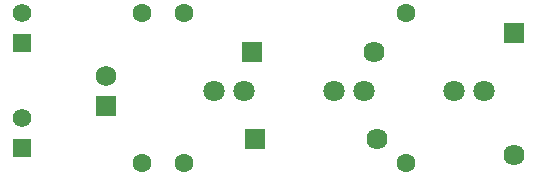
<source format=gts>
G04*
G04 #@! TF.GenerationSoftware,Altium Limited,Altium Designer,22.7.1 (60)*
G04*
G04 Layer_Color=10275833*
%FSLAX44Y44*%
%MOMM*%
G71*
G04*
G04 #@! TF.SameCoordinates,9463790D-2481-4E08-BA15-92DD0F7A3D72*
G04*
G04*
G04 #@! TF.FilePolarity,Negative*
G04*
G01*
G75*
%ADD14R,1.7532X1.7532*%
%ADD15C,1.7532*%
%ADD16C,1.6032*%
%ADD17C,1.5700*%
%ADD18R,1.5700X1.5700*%
%ADD19R,1.7932X1.7932*%
%ADD20C,1.7932*%
%ADD21R,1.7932X1.7932*%
%ADD22C,1.8032*%
D14*
X182880Y60960D02*
D03*
D15*
Y86360D02*
D03*
D16*
X213360Y12700D02*
D03*
Y139700D02*
D03*
X436880Y12700D02*
D03*
Y139700D02*
D03*
X248920D02*
D03*
Y12700D02*
D03*
D17*
X111760Y50800D02*
D03*
Y139700D02*
D03*
D18*
Y25400D02*
D03*
Y114300D02*
D03*
D19*
X306340Y106680D02*
D03*
X308880Y33020D02*
D03*
D20*
X409940Y106680D02*
D03*
X412480Y33020D02*
D03*
X528320Y19320D02*
D03*
D21*
Y122920D02*
D03*
D22*
X477520Y73660D02*
D03*
X502920D02*
D03*
X401320D02*
D03*
X375920D02*
D03*
X274320D02*
D03*
X299720D02*
D03*
M02*

</source>
